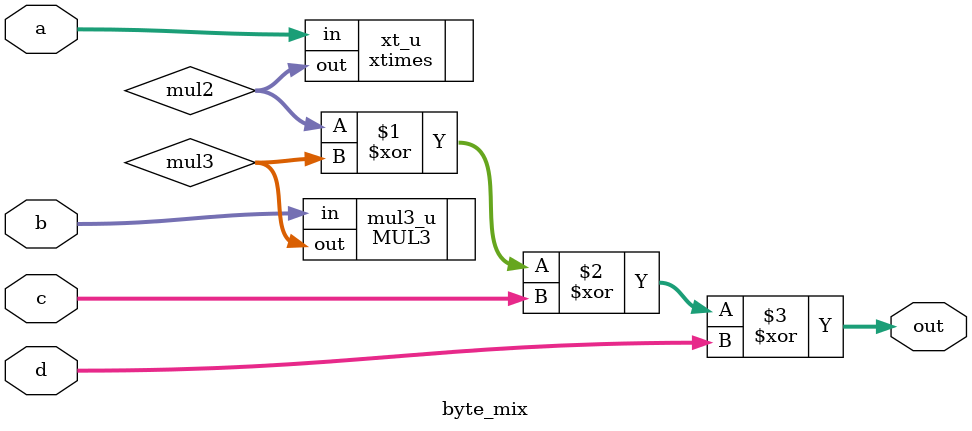
<source format=v>


module byte_mix (   a, b, c, d, out );


// ---------- MODULE INTERFACE ----------

input       [7:0]   a, b, c, d;
output      [7:0]   out;


// ---------- MODULE REGISTERS AND SIGNALS ----------

wire [7:0] mul2, mul3;


// ---------- MODULE IMPLEMENTATION ----------

assign out = mul2 ^ mul3 ^ c ^ d;


// ---------- MODULES INSTANTIATION ----------

xtimes      xt_u       (    .in(a), .out(mul2)  );
                        
MUL3        mul3_u     (    .in(b), .out(mul3)  );


endmodule
</source>
